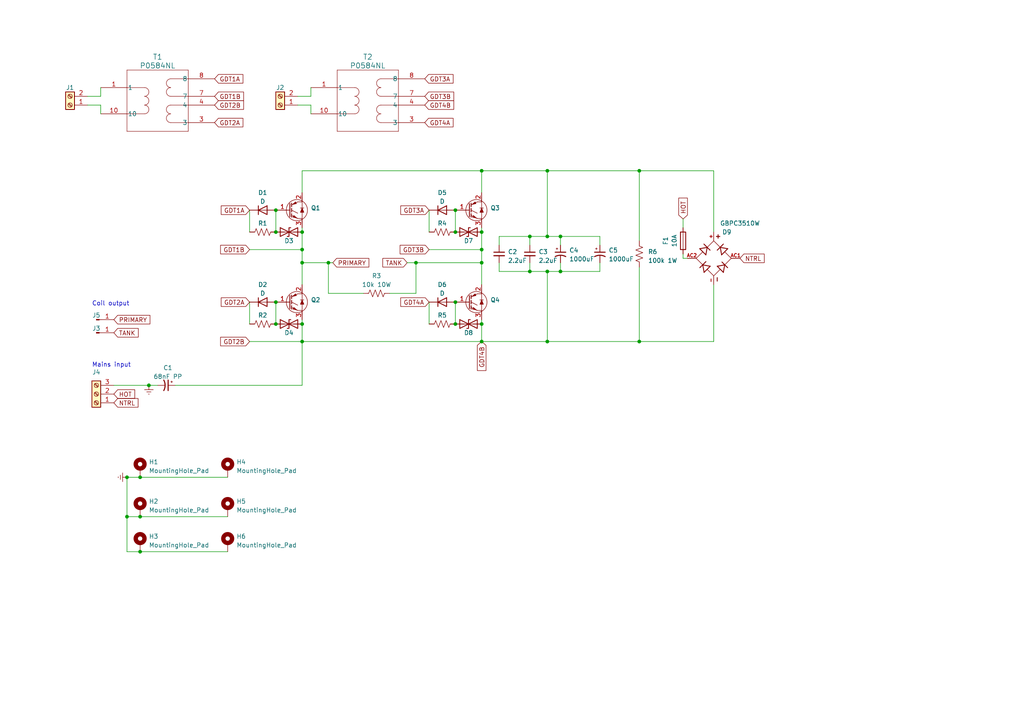
<source format=kicad_sch>
(kicad_sch (version 20230121) (generator eeschema)
  (paper "A4")
  (lib_symbols
    (symbol "2023-05-30_04-28-53:P0584NL" (pin_names (offset 0.254))
      (property "Reference" "T" (at 20.32 10.16 0))
      (property "Value" "P0584NL" (at 20.32 7.62 0))
      (symbol "P0584NL_0_1"
        (polyline (pts (xy 7.62 -12.7) (xy 25.4 -12.7)) (stroke (width 0.127)))
        (polyline (pts (xy 7.62 -7.62) (xy 12.7 -7.62)) (stroke (width 0.127)))
        (polyline (pts (xy 7.62 0) (xy 12.7 0)) (stroke (width 0.127)))
        (polyline (pts (xy 7.62 5.08) (xy 7.62 -12.7)) (stroke (width 0.127)))
        (polyline (pts (xy 25.4 -12.7) (xy 25.4 5.08)) (stroke (width 0.127)))
        (polyline (pts (xy 25.4 -10.16) (xy 20.32 -10.16)) (stroke (width 0.127)))
        (polyline (pts (xy 25.4 -5.08) (xy 20.32 -5.08)) (stroke (width 0.127)))
        (polyline (pts (xy 25.4 -2.54) (xy 20.32 -2.54)) (stroke (width 0.127)))
        (polyline (pts (xy 25.4 2.54) (xy 20.32 2.54)) (stroke (width 0.127)))
        (polyline (pts (xy 25.4 5.08) (xy 7.62 5.08)) (stroke (width 0.127)))
        (arc (start 12.7 -7.62) (mid 13.9645 -6.35) (end 12.7 -5.08) (stroke (width 0.127)))
        (arc (start 12.7 -5.08) (mid 13.9645 -3.81) (end 12.7 -2.54) (stroke (width 0.127)))
        (arc (start 12.7 -2.54) (mid 13.9645 -1.27) (end 12.7 0) (stroke (width 0.127)))
        (arc (start 20.32 -7.62) (mid 19.0555 -8.89) (end 20.32 -10.16) (stroke (width 0.127)))
        (arc (start 20.32 -5.08) (mid 19.0555 -6.35) (end 20.32 -7.62) (stroke (width 0.127)))
        (arc (start 20.32 0) (mid 19.0555 -1.27) (end 20.32 -2.54) (stroke (width 0.127)))
        (arc (start 20.32 2.54) (mid 19.0555 1.27) (end 20.32 0) (stroke (width 0.127)))
        (pin unspecified line (at 0 0 0) (length 7.62) (name "1") (number "1"))
        (pin unspecified line (at 0 -7.62 0) (length 7.62) (name "10") (number "10"))
        (pin unspecified line (at 33.02 -10.16 180) (length 7.62) (name "3") (number "3"))
        (pin unspecified line (at 33.02 -5.08 180) (length 7.62) (name "4") (number "4"))
        (pin unspecified line (at 33.02 -2.54 180) (length 7.62) (name "7") (number "7"))
        (pin unspecified line (at 33.02 2.54 180) (length 7.62) (name "8") (number "8"))
      )
    )
    (symbol "Connector:Conn_01x01_Pin" (pin_names (offset 1.016) hide)
      (property "Reference" "J" (at 0 2.54 0))
      (property "Value" "Conn_01x01_Pin" (at 0 -2.54 0))
      (symbol "Conn_01x01_Pin_1_1"
        (polyline (pts (xy 1.27 0) (xy 0.8636 0)) (stroke (width 0.1524)))
        (rectangle (start 0.8636 0.127) (end 0 -0.127) (stroke (width 0.1524)) (fill (type outline)))
        (pin passive line (at 5.08 0 180) (length 3.81) (name "Pin_1") (number "1"))
      )
    )
    (symbol "Connector:Screw_Terminal_01x02" (pin_names (offset 1.016) hide)
      (property "Reference" "J" (at 0 2.54 0))
      (property "Value" "Screw_Terminal_01x02" (at 0 -5.08 0))
      (symbol "Screw_Terminal_01x02_1_1"
        (rectangle (start -1.27 1.27) (end 1.27 -3.81) (stroke (width 0.254)) (fill (type background)))
        (circle (center 0 -2.54) (radius 0.635) (stroke (width 0.1524)))
        (polyline (pts (xy -0.5334 -2.2098) (xy 0.3302 -3.048)) (stroke (width 0.1524)))
        (polyline (pts (xy -0.5334 0.3302) (xy 0.3302 -0.508)) (stroke (width 0.1524)))
        (polyline (pts (xy -0.3556 -2.032) (xy 0.508 -2.8702)) (stroke (width 0.1524)))
        (polyline (pts (xy -0.3556 0.508) (xy 0.508 -0.3302)) (stroke (width 0.1524)))
        (circle (center 0 0) (radius 0.635) (stroke (width 0.1524)))
        (pin passive line (at -5.08 0 0) (length 3.81) (name "Pin_1") (number "1"))
        (pin passive line (at -5.08 -2.54 0) (length 3.81) (name "Pin_2") (number "2"))
      )
    )
    (symbol "Connector:Screw_Terminal_01x03" (pin_names (offset 1.016) hide)
      (property "Reference" "J" (at 0 5.08 0))
      (property "Value" "Screw_Terminal_01x03" (at 0 -5.08 0))
      (symbol "Screw_Terminal_01x03_1_1"
        (rectangle (start -1.27 3.81) (end 1.27 -3.81) (stroke (width 0.254)) (fill (type background)))
        (circle (center 0 -2.54) (radius 0.635) (stroke (width 0.1524)))
        (polyline (pts (xy -0.5334 -2.2098) (xy 0.3302 -3.048)) (stroke (width 0.1524)))
        (polyline (pts (xy -0.5334 0.3302) (xy 0.3302 -0.508)) (stroke (width 0.1524)))
        (polyline (pts (xy -0.5334 2.8702) (xy 0.3302 2.032)) (stroke (width 0.1524)))
        (polyline (pts (xy -0.3556 -2.032) (xy 0.508 -2.8702)) (stroke (width 0.1524)))
        (polyline (pts (xy -0.3556 0.508) (xy 0.508 -0.3302)) (stroke (width 0.1524)))
        (polyline (pts (xy -0.3556 3.048) (xy 0.508 2.2098)) (stroke (width 0.1524)))
        (circle (center 0 0) (radius 0.635) (stroke (width 0.1524)))
        (circle (center 0 2.54) (radius 0.635) (stroke (width 0.1524)))
        (pin passive line (at -5.08 2.54 0) (length 3.81) (name "Pin_1") (number "1"))
        (pin passive line (at -5.08 0 0) (length 3.81) (name "Pin_2") (number "2"))
        (pin passive line (at -5.08 -2.54 0) (length 3.81) (name "Pin_3") (number "3"))
      )
    )
    (symbol "Device:C_Polarized_Small_US" (pin_numbers hide) (pin_names (offset 0.254) hide)
      (property "Reference" "C" (at 0.254 1.778 0))
      (property "Value" "C_Polarized_Small_US" (at 0.254 -2.032 0))
      (symbol "C_Polarized_Small_US_0_1"
        (polyline (pts (xy -1.524 0.508) (xy 1.524 0.508)) (stroke (width 0.3048)))
        (polyline (pts (xy -1.27 1.524) (xy -0.762 1.524)))
        (polyline (pts (xy -1.016 1.27) (xy -1.016 1.778)))
        (arc (start 1.524 -0.762) (mid 0 -0.3734) (end -1.524 -0.762) (stroke (width 0.3048)))
      )
      (symbol "C_Polarized_Small_US_1_1"
        (pin passive line (at 0 2.54 270) (length 2.032) (name "~") (number "1"))
        (pin passive line (at 0 -2.54 90) (length 2.032) (name "~") (number "2"))
      )
    )
    (symbol "Device:C_Small" (pin_numbers hide) (pin_names (offset 0.254) hide)
      (property "Reference" "C" (at 0.254 1.778 0))
      (property "Value" "C_Small" (at 0.254 -2.032 0))
      (symbol "C_Small_0_1"
        (polyline (pts (xy -1.524 -0.508) (xy 1.524 -0.508)) (stroke (width 0.3302)))
        (polyline (pts (xy -1.524 0.508) (xy 1.524 0.508)) (stroke (width 0.3048)))
      )
      (symbol "C_Small_1_1"
        (pin passive line (at 0 2.54 270) (length 2.032) (name "~") (number "1"))
        (pin passive line (at 0 -2.54 90) (length 2.032) (name "~") (number "2"))
      )
    )
    (symbol "Device:D" (pin_numbers hide) (pin_names (offset 1.016) hide)
      (property "Reference" "D" (at 0 2.54 0))
      (property "Value" "D" (at 0 -2.54 0))
      (symbol "D_0_1"
        (polyline (pts (xy -1.27 1.27) (xy -1.27 -1.27)) (stroke (width 0.254)))
        (polyline (pts (xy 1.27 0) (xy -1.27 0)))
        (polyline (pts (xy 1.27 1.27) (xy 1.27 -1.27) (xy -1.27 0) (xy 1.27 1.27)) (stroke (width 0.254)))
      )
      (symbol "D_1_1"
        (pin passive line (at -3.81 0 0) (length 2.54) (name "K") (number "1"))
        (pin passive line (at 3.81 0 180) (length 2.54) (name "A") (number "2"))
      )
    )
    (symbol "Device:D_TVS" (pin_numbers hide) (pin_names (offset 1.016) hide)
      (property "Reference" "D" (at 0 2.54 0))
      (property "Value" "D_TVS" (at 0 -2.54 0))
      (symbol "D_TVS_0_1"
        (polyline (pts (xy 1.27 0) (xy -1.27 0)))
        (polyline (pts (xy 0.508 1.27) (xy 0 1.27) (xy 0 -1.27) (xy -0.508 -1.27)) (stroke (width 0.254)))
        (polyline (pts (xy -2.54 1.27) (xy -2.54 -1.27) (xy 2.54 1.27) (xy 2.54 -1.27) (xy -2.54 1.27)) (stroke (width 0.254)))
      )
      (symbol "D_TVS_1_1"
        (pin passive line (at -3.81 0 0) (length 2.54) (name "A1") (number "1"))
        (pin passive line (at 3.81 0 180) (length 2.54) (name "A2") (number "2"))
      )
    )
    (symbol "Device:Fuse" (pin_numbers hide) (pin_names (offset 0))
      (property "Reference" "F" (at 2.032 0 90))
      (property "Value" "Fuse" (at -1.905 0 90))
      (symbol "Fuse_0_1"
        (rectangle (start -0.762 -2.54) (end 0.762 2.54) (stroke (width 0.254)))
        (polyline (pts (xy 0 2.54) (xy 0 -2.54)))
      )
      (symbol "Fuse_1_1"
        (pin passive line (at 0 3.81 270) (length 1.27) (name "~") (number "1"))
        (pin passive line (at 0 -3.81 90) (length 1.27) (name "~") (number "2"))
      )
    )
    (symbol "Device:R_US" (pin_numbers hide) (pin_names (offset 0))
      (property "Reference" "R" (at 2.54 0 90))
      (property "Value" "R_US" (at -2.54 0 90))
      (symbol "R_US_0_1"
        (polyline (pts (xy 0 -2.286) (xy 0 -2.54)))
        (polyline (pts (xy 0 2.286) (xy 0 2.54)))
        (polyline (pts (xy 0 -0.762) (xy 1.016 -1.143) (xy 0 -1.524) (xy -1.016 -1.905) (xy 0 -2.286)))
        (polyline (pts (xy 0 0.762) (xy 1.016 0.381) (xy 0 0) (xy -1.016 -0.381) (xy 0 -0.762)))
        (polyline (pts (xy 0 2.286) (xy 1.016 1.905) (xy 0 1.524) (xy -1.016 1.143) (xy 0 0.762)))
      )
      (symbol "R_US_1_1"
        (pin passive line (at 0 3.81 270) (length 1.27) (name "~") (number "1"))
        (pin passive line (at 0 -3.81 90) (length 1.27) (name "~") (number "2"))
      )
    )
    (symbol "GBPC3510W:GBPC3510W" (pin_names (offset 1.016))
      (property "Reference" "D" (at 5.08 5.08 0))
      (property "Value" "GBPC3510W" (at 5.08 -7.62 0))
      (symbol "GBPC3510W_0_0"
        (polyline (pts (xy -6.858 1.27) (xy -5.842 1.27)) (stroke (width 0.254)))
        (polyline (pts (xy -6.35 0.762) (xy -6.35 1.778)) (stroke (width 0.254)))
        (polyline (pts (xy -5.08 0) (xy -3.175 -1.905)) (stroke (width 0.1524)))
        (polyline (pts (xy -3.175 -1.905) (xy -2.794 -4.064)) (stroke (width 0.254)))
        (polyline (pts (xy -3.175 -1.905) (xy -1.016 -2.286)) (stroke (width 0.254)))
        (polyline (pts (xy -3.175 1.905) (xy -5.08 0)) (stroke (width 0.1524)))
        (polyline (pts (xy -3.175 1.905) (xy -2.794 4.064)) (stroke (width 0.254)))
        (polyline (pts (xy -3.175 1.905) (xy -1.016 2.286)) (stroke (width 0.254)))
        (polyline (pts (xy -2.3622 -1.0668) (xy -4.1402 -2.8448)) (stroke (width 0.254)))
        (polyline (pts (xy -2.3622 1.016) (xy -4.1402 2.794)) (stroke (width 0.254)))
        (polyline (pts (xy -1.016 -2.286) (xy -2.794 -4.064)) (stroke (width 0.254)))
        (polyline (pts (xy -1.016 2.286) (xy -2.794 4.064)) (stroke (width 0.254)))
        (polyline (pts (xy 0 -5.08) (xy -1.8034 -3.2766)) (stroke (width 0.1524)))
        (polyline (pts (xy 0 -5.08) (xy 1.905 -3.175)) (stroke (width 0.1524)))
        (polyline (pts (xy 0 5.08) (xy -1.8034 3.2766)) (stroke (width 0.1524)))
        (polyline (pts (xy 1.905 -3.175) (xy 2.286 -1.016)) (stroke (width 0.254)))
        (polyline (pts (xy 1.905 -3.175) (xy 4.064 -2.794)) (stroke (width 0.254)))
        (polyline (pts (xy 1.905 3.175) (xy 0 5.08)) (stroke (width 0.1524)))
        (polyline (pts (xy 1.905 3.175) (xy 2.286 1.016)) (stroke (width 0.254)))
        (polyline (pts (xy 1.905 3.175) (xy 4.064 2.794)) (stroke (width 0.254)))
        (polyline (pts (xy 2.7178 -4.0386) (xy 0.9398 -2.2606)) (stroke (width 0.254)))
        (polyline (pts (xy 2.7178 4.0386) (xy 1.0668 2.3876)) (stroke (width 0.254)))
        (polyline (pts (xy 3.2766 -1.8034) (xy 5.08 0)) (stroke (width 0.1524)))
        (polyline (pts (xy 4.064 -2.794) (xy 2.286 -1.016)) (stroke (width 0.254)))
        (polyline (pts (xy 4.064 2.794) (xy 2.286 1.016)) (stroke (width 0.254)))
        (polyline (pts (xy 5.08 0) (xy 3.2766 1.8034)) (stroke (width 0.1524)))
        (polyline (pts (xy 5.588 1.016) (xy 6.604 1.016)) (stroke (width 0.254)))
        (pin passive line (at -7.62 0 0) (length 2.54) (name "~") (number "+"))
        (pin passive line (at 7.62 0 180) (length 2.54) (name "~") (number "-"))
        (pin passive line (at 0 7.62 270) (length 2.54) (name "~") (number "AC1"))
        (pin passive line (at 0 -7.62 90) (length 2.54) (name "~") (number "AC2"))
      )
    )
    (symbol "Mechanical:MountingHole_Pad" (pin_numbers hide) (pin_names (offset 1.016) hide)
      (property "Reference" "H" (at 0 6.35 0))
      (property "Value" "MountingHole_Pad" (at 0 4.445 0))
      (symbol "MountingHole_Pad_0_1"
        (circle (center 0 1.27) (radius 1.27) (stroke (width 1.27)))
      )
      (symbol "MountingHole_Pad_1_1"
        (pin input line (at 0 -2.54 90) (length 2.54) (name "1") (number "1"))
      )
    )
    (symbol "Transistor_IGBT:STGP7NC60HD" (pin_names (offset 0) hide)
      (property "Reference" "Q" (at 6.35 1.905 0))
      (property "Value" "STGP7NC60HD" (at 6.35 0 0))
      (symbol "STGP7NC60HD_0_1"
        (polyline (pts (xy -1.27 0) (xy -1.016 0)))
        (polyline (pts (xy 1.27 -2.413) (xy 2.54 -2.413)))
        (polyline (pts (xy 1.27 2.413) (xy 2.54 2.413)))
        (polyline (pts (xy 2.032 0.635) (xy 3.048 0.635)))
        (polyline (pts (xy 2.54 3.81) (xy 2.54 -3.81)))
        (polyline (pts (xy 2.54 0.635) (xy 2.032 -0.635) (xy 3.048 -0.635) (xy 2.54 0.635)) (fill (type outline)))
        (circle (center 1.016 0) (radius 3.0734))
      )
      (symbol "STGP7NC60HD_1_1"
        (polyline (pts (xy -0.508 -1.016) (xy -0.508 -2.032)) (stroke (width 0.254)))
        (polyline (pts (xy -0.508 0.508) (xy -0.508 -0.508)) (stroke (width 0.254)))
        (polyline (pts (xy -0.508 2.032) (xy -0.508 1.016)) (stroke (width 0.254)))
        (polyline (pts (xy 1.27 -2.413) (xy -0.508 -1.524)))
        (polyline (pts (xy 1.27 -0.889) (xy -0.508 0)))
        (polyline (pts (xy 1.27 2.413) (xy -0.508 1.524)))
        (polyline (pts (xy -1.016 1.905) (xy -1.016 -1.905) (xy -1.016 -1.905)) (stroke (width 0.254)))
        (polyline (pts (xy -0.127 -2.032) (xy 0.127 -1.524) (xy 1.016 -2.286) (xy -0.127 -2.032)) (fill (type outline)))
        (polyline (pts (xy 0.889 1.905) (xy 0.635 2.413) (xy -0.254 1.651) (xy 0.889 1.905)) (fill (type outline)))
        (pin input line (at -5.08 0 0) (length 3.81) (name "G") (number "1"))
        (pin passive line (at 2.54 5.08 270) (length 2.54) (name "C") (number "2"))
        (pin passive line (at 2.54 -5.08 90) (length 2.54) (name "E") (number "3"))
      )
    )
    (symbol "power:Earth" (power) (pin_names (offset 0))
      (symbol "Earth_0_1"
        (polyline (pts (xy -0.635 -1.905) (xy 0.635 -1.905)))
        (polyline (pts (xy -0.127 -2.54) (xy 0.127 -2.54)))
        (polyline (pts (xy 0 -1.27) (xy 0 0)))
        (polyline (pts (xy 1.27 -1.27) (xy -1.27 -1.27)))
      )
      (symbol "Earth_1_1"
        (pin power_in line (at 0 0 270) (length 0) hide (name "Earth") (number "1"))
      )
    )
  )
  (junction (at 132.08 60.96))
  (junction (at 158.75 99.06))
  (junction (at 162.56 78.74))
  (junction (at 80.01 67.31))
  (junction (at 40.64 149.86))
  (junction (at 139.7 49.53))
  (junction (at 80.01 87.63))
  (junction (at 132.08 93.98))
  (junction (at 36.83 149.86))
  (junction (at 185.42 49.53))
  (junction (at 139.7 76.2))
  (junction (at 87.63 99.06))
  (junction (at 139.7 72.39))
  (junction (at 162.56 68.58))
  (junction (at 139.7 93.98))
  (junction (at 120.65 76.2))
  (junction (at 95.25 76.2))
  (junction (at 153.67 68.58))
  (junction (at 87.63 93.98))
  (junction (at 87.63 76.2))
  (junction (at 80.01 60.96))
  (junction (at 139.7 99.06))
  (junction (at 132.08 67.31))
  (junction (at 158.75 49.53))
  (junction (at 87.63 67.31))
  (junction (at 40.64 160.02))
  (junction (at 80.01 93.98))
  (junction (at 40.64 138.43))
  (junction (at 87.63 72.39))
  (junction (at 36.83 138.43))
  (junction (at 43.18 111.76))
  (junction (at 153.67 78.74))
  (junction (at 158.75 68.58))
  (junction (at 185.42 99.06))
  (junction (at 158.75 78.74))
  (junction (at 132.08 87.63))
  (junction (at 139.7 67.31))
  (wire (pts (xy 80.01 60.96) (xy 80.01 67.31)))
  (wire (pts (xy 162.56 78.74) (xy 158.75 78.74)))
  (wire (pts (xy 87.63 111.76) (xy 87.63 99.06)))
  (wire (pts (xy 29.21 27.94) (xy 29.21 25.4)))
  (wire (pts (xy 36.83 149.86) (xy 40.64 149.86)))
  (wire (pts (xy 158.75 99.06) (xy 185.42 99.06)))
  (wire (pts (xy 158.75 49.53) (xy 185.42 49.53)))
  (wire (pts (xy 162.56 78.74) (xy 162.56 76.2)))
  (wire (pts (xy 40.64 138.43) (xy 66.04 138.43)))
  (wire (pts (xy 139.7 76.2) (xy 139.7 82.55)))
  (wire (pts (xy 139.7 93.98) (xy 139.7 99.06)))
  (wire (pts (xy 87.63 66.04) (xy 87.63 67.31)))
  (wire (pts (xy 198.12 73.66) (xy 198.12 74.93)))
  (wire (pts (xy 50.8 111.76) (xy 87.63 111.76)))
  (wire (pts (xy 25.4 27.94) (xy 29.21 27.94)))
  (wire (pts (xy 95.25 85.09) (xy 95.25 76.2)))
  (wire (pts (xy 173.99 78.74) (xy 162.56 78.74)))
  (wire (pts (xy 198.12 63.5) (xy 198.12 66.04)))
  (wire (pts (xy 153.67 78.74) (xy 153.67 76.2)))
  (wire (pts (xy 90.17 27.94) (xy 90.17 25.4)))
  (wire (pts (xy 96.52 76.2) (xy 95.25 76.2)))
  (wire (pts (xy 87.63 67.31) (xy 87.63 72.39)))
  (wire (pts (xy 87.63 49.53) (xy 139.7 49.53)))
  (wire (pts (xy 173.99 68.58) (xy 173.99 71.12)))
  (wire (pts (xy 207.01 99.06) (xy 207.01 82.55)))
  (wire (pts (xy 158.75 49.53) (xy 158.75 68.58)))
  (wire (pts (xy 185.42 49.53) (xy 207.01 49.53)))
  (wire (pts (xy 87.63 99.06) (xy 139.7 99.06)))
  (wire (pts (xy 198.12 74.93) (xy 199.39 74.93)))
  (wire (pts (xy 139.7 66.04) (xy 139.7 67.31)))
  (wire (pts (xy 139.7 49.53) (xy 158.75 49.53)))
  (wire (pts (xy 87.63 92.71) (xy 87.63 93.98)))
  (wire (pts (xy 124.46 87.63) (xy 124.46 93.98)))
  (wire (pts (xy 118.11 76.2) (xy 120.65 76.2)))
  (wire (pts (xy 139.7 67.31) (xy 139.7 72.39)))
  (wire (pts (xy 124.46 72.39) (xy 139.7 72.39)))
  (wire (pts (xy 139.7 92.71) (xy 139.7 93.98)))
  (wire (pts (xy 72.39 87.63) (xy 72.39 93.98)))
  (wire (pts (xy 139.7 49.53) (xy 139.7 55.88)))
  (wire (pts (xy 87.63 93.98) (xy 87.63 99.06)))
  (wire (pts (xy 86.36 30.48) (xy 90.17 30.48)))
  (wire (pts (xy 139.7 72.39) (xy 139.7 76.2)))
  (wire (pts (xy 72.39 72.39) (xy 87.63 72.39)))
  (wire (pts (xy 72.39 99.06) (xy 87.63 99.06)))
  (wire (pts (xy 87.63 72.39) (xy 87.63 76.2)))
  (wire (pts (xy 33.02 111.76) (xy 43.18 111.76)))
  (wire (pts (xy 40.64 149.86) (xy 66.04 149.86)))
  (wire (pts (xy 132.08 60.96) (xy 132.08 67.31)))
  (wire (pts (xy 158.75 78.74) (xy 158.75 99.06)))
  (wire (pts (xy 43.18 111.76) (xy 45.72 111.76)))
  (wire (pts (xy 158.75 68.58) (xy 162.56 68.58)))
  (wire (pts (xy 153.67 78.74) (xy 144.78 78.74)))
  (wire (pts (xy 162.56 68.58) (xy 173.99 68.58)))
  (wire (pts (xy 40.64 160.02) (xy 36.83 160.02)))
  (wire (pts (xy 36.83 149.86) (xy 36.83 138.43)))
  (wire (pts (xy 36.83 160.02) (xy 36.83 149.86)))
  (wire (pts (xy 132.08 87.63) (xy 132.08 93.98)))
  (wire (pts (xy 120.65 76.2) (xy 139.7 76.2)))
  (wire (pts (xy 173.99 76.2) (xy 173.99 78.74)))
  (wire (pts (xy 153.67 68.58) (xy 153.67 71.12)))
  (wire (pts (xy 113.03 85.09) (xy 120.65 85.09)))
  (wire (pts (xy 185.42 99.06) (xy 207.01 99.06)))
  (wire (pts (xy 144.78 71.12) (xy 144.78 68.58)))
  (wire (pts (xy 95.25 76.2) (xy 87.63 76.2)))
  (wire (pts (xy 25.4 30.48) (xy 29.21 30.48)))
  (wire (pts (xy 185.42 77.47) (xy 185.42 99.06)))
  (wire (pts (xy 162.56 68.58) (xy 162.56 71.12)))
  (wire (pts (xy 153.67 68.58) (xy 158.75 68.58)))
  (wire (pts (xy 105.41 85.09) (xy 95.25 85.09)))
  (wire (pts (xy 87.63 49.53) (xy 87.63 55.88)))
  (wire (pts (xy 144.78 68.58) (xy 153.67 68.58)))
  (wire (pts (xy 144.78 78.74) (xy 144.78 76.2)))
  (wire (pts (xy 87.63 76.2) (xy 87.63 82.55)))
  (wire (pts (xy 158.75 78.74) (xy 153.67 78.74)))
  (wire (pts (xy 124.46 60.96) (xy 124.46 67.31)))
  (wire (pts (xy 120.65 85.09) (xy 120.65 76.2)))
  (wire (pts (xy 80.01 87.63) (xy 80.01 93.98)))
  (wire (pts (xy 185.42 49.53) (xy 185.42 69.85)))
  (wire (pts (xy 29.21 30.48) (xy 29.21 33.02)))
  (wire (pts (xy 90.17 30.48) (xy 90.17 33.02)))
  (wire (pts (xy 207.01 49.53) (xy 207.01 67.31)))
  (wire (pts (xy 86.36 27.94) (xy 90.17 27.94)))
  (wire (pts (xy 36.83 138.43) (xy 40.64 138.43)))
  (wire (pts (xy 40.64 160.02) (xy 66.04 160.02)))
  (wire (pts (xy 72.39 60.96) (xy 72.39 67.31)))
  (wire (pts (xy 139.7 99.06) (xy 158.75 99.06)))
  (text "Mains input" (at 26.67 106.68 0) (effects (font (size 1.27 1.27)) (justify left bottom)))
  (text "Coil output" (at 26.67 88.9 0) (effects (font (size 1.27 1.27)) (justify left bottom)))
  (global_label "GDT2B" (shape input) (at 62.23 30.48 0) (property "Intersheetrefs" "${INTERSHEET_REFS}" (effects hide)))
  (global_label "GDT1A" (shape input) (at 62.23 22.86 0) (property "Intersheetrefs" "${INTERSHEET_REFS}" (effects hide)))
  (global_label "GDT1B" (shape input) (at 72.39 72.39 180) (property "Intersheetrefs" "${INTERSHEET_REFS}" (effects hide)))
  (global_label "PRIMARY" (shape input) (at 96.52 76.2 0) (property "Intersheetrefs" "${INTERSHEET_REFS}" (effects hide)))
  (global_label "GDT2A" (shape input) (at 62.23 35.56 0) (property "Intersheetrefs" "${INTERSHEET_REFS}" (effects hide)))
  (global_label "GDT3B" (shape input) (at 123.19 27.94 0) (property "Intersheetrefs" "${INTERSHEET_REFS}" (effects hide)))
  (global_label "GDT3B" (shape input) (at 124.46 72.39 180) (property "Intersheetrefs" "${INTERSHEET_REFS}" (effects hide)))
  (global_label "GDT3A" (shape input) (at 124.46 60.96 180) (property "Intersheetrefs" "${INTERSHEET_REFS}" (effects hide)))
  (global_label "GDT1B" (shape input) (at 62.23 27.94 0) (property "Intersheetrefs" "${INTERSHEET_REFS}" (effects hide)))
  (global_label "TANK" (shape input) (at 33.02 96.52 0) (property "Intersheetrefs" "${INTERSHEET_REFS}" (effects hide)))
  (global_label "GDT1A" (shape input) (at 72.39 60.96 180) (property "Intersheetrefs" "${INTERSHEET_REFS}" (effects hide)))
  (global_label "TANK" (shape input) (at 118.11 76.2 180) (property "Intersheetrefs" "${INTERSHEET_REFS}" (effects hide)))
  (global_label "NTRL" (shape input) (at 214.63 74.93 0) (property "Intersheetrefs" "${INTERSHEET_REFS}" (effects hide)))
  (global_label "HOT" (shape input) (at 198.12 63.5 90) (property "Intersheetrefs" "${INTERSHEET_REFS}" (effects hide)))
  (global_label "NTRL" (shape input) (at 33.02 116.84 0) (property "Intersheetrefs" "${INTERSHEET_REFS}" (effects hide)))
  (global_label "GDT4B" (shape input) (at 123.19 30.48 0) (property "Intersheetrefs" "${INTERSHEET_REFS}" (effects hide)))
  (global_label "GDT4A" (shape input) (at 124.46 87.63 180) (property "Intersheetrefs" "${INTERSHEET_REFS}" (effects hide)))
  (global_label "GDT4A" (shape input) (at 123.19 35.56 0) (property "Intersheetrefs" "${INTERSHEET_REFS}" (effects hide)))
  (global_label "GDT2A" (shape input) (at 72.39 87.63 180) (property "Intersheetrefs" "${INTERSHEET_REFS}" (effects hide)))
  (global_label "GDT2B" (shape input) (at 72.39 99.06 180) (property "Intersheetrefs" "${INTERSHEET_REFS}" (effects hide)))
  (global_label "GDT3A" (shape input) (at 123.19 22.86 0) (property "Intersheetrefs" "${INTERSHEET_REFS}" (effects hide)))
  (global_label "HOT" (shape input) (at 33.02 114.3 0) (property "Intersheetrefs" "${INTERSHEET_REFS}" (effects hide)))
  (global_label "GDT4B" (shape input) (at 139.7 99.06 270) (property "Intersheetrefs" "${INTERSHEET_REFS}" (effects hide)))
  (global_label "PRIMARY" (shape input) (at 33.02 92.71 0) (property "Intersheetrefs" "${INTERSHEET_REFS}" (effects hide)))
  (symbol (lib_id "Connector:Conn_01x01_Pin") (at 27.94 96.52 0) (unit 1)
    (property "Reference" "J3" (at 27.94 95.25 0))
    (property "Value" "Conn_01x01_Pin" (effects hide))
    (property "Footprint" "conn:TE_1217861-1" (effects hide))
  )
  (symbol (lib_id "Connector:Conn_01x01_Pin") (at 27.94 92.71 0) (unit 1)
    (property "Reference" "J5" (at 27.94 91.44 0))
    (property "Value" "Conn_01x01_Pin" (effects hide))
    (property "Footprint" "conn:TE_1217861-1" (effects hide))
  )
  (symbol (lib_id "Transistor_IGBT:STGP7NC60HD") (at 85.09 60.96 0) (unit 1)
    (property "Reference" "Q1" (at 90.17 60.325 0) (effects (justify left)))
    (property "Value" "STGP7NC60HD" (effects hide))
    (property "Footprint" "Package_TO_SOT_THT:TO-3P-3_Horizontal_TabDown" (effects hide))
    (property "Datasheet" "http://www.farnell.com/datasheets/2309889.pdf" (effects hide))
  )
  (symbol (lib_id "GBPC3510W:GBPC3510W") (at 207.01 74.93 270) (unit 1)
    (property "Reference" "D9" (at 210.82 67.31 90))
    (property "Value" "GBPC3510W" (at 214.63 64.77 90))
    (property "Footprint" "conn:DIOB_GBPC3510W" (effects hide))
    (property "PARTREV" "L2103" (effects hide))
    (property "STANDARD" "IPC 2221B" (effects hide))
    (property "MAXIMUM_PACKAGE_HEIGHT" "11.23mm" (effects hide))
    (property "MANUFACTURER" "Taiwan Semiconductor" (effects hide))
  )
  (symbol (lib_id "power:Earth") (at 36.83 138.43 270) (unit 1)
    (property "Reference" "#PWR01" (effects hide))
    (property "Value" "Earth" (effects hide))
  )
  (symbol (lib_id "Transistor_IGBT:STGP7NC60HD") (at 85.09 87.63 0) (unit 1)
    (property "Reference" "Q2" (at 90.17 86.995 0) (effects (justify left)))
    (property "Value" "STGP7NC60HD" (effects hide))
    (property "Footprint" "Package_TO_SOT_THT:TO-3P-3_Horizontal_TabDown" (effects hide))
    (property "Datasheet" "http://www.farnell.com/datasheets/2309889.pdf" (effects hide))
  )
  (symbol (lib_id "Transistor_IGBT:STGP7NC60HD") (at 137.16 87.63 0) (unit 1)
    (property "Reference" "Q4" (at 142.24 86.995 0) (effects (justify left)))
    (property "Value" "STGP7NC60HD" (effects hide))
    (property "Footprint" "Package_TO_SOT_THT:TO-3P-3_Horizontal_TabDown" (effects hide))
    (property "Datasheet" "http://www.farnell.com/datasheets/2309889.pdf" (effects hide))
  )
  (symbol (lib_id "Device:Fuse") (at 198.12 69.85 180) (unit 1)
    (property "Reference" "F1" (at 193.04 69.85 90))
    (property "Value" "10A" (at 195.58 69.85 90))
    (property "Footprint" "conn:696108003002" (effects hide))
  )
  (symbol (lib_id "Device:R_US") (at 185.42 73.66 0) (unit 1)
    (property "Reference" "R6" (at 187.96 73.025 0) (effects (justify left)))
    (property "Value" "100k 1W" (at 187.96 75.565 0) (effects (justify left)))
    (property "Footprint" "Resistor_THT:R_Axial_DIN0207_L6.3mm_D2.5mm_P7.62mm_Horizontal" (effects hide))
  )
  (symbol (lib_id "Device:D") (at 128.27 60.96 0) (unit 1)
    (property "Reference" "D5" (at 128.27 55.88 0))
    (property "Value" "D" (at 128.27 58.42 0))
    (property "Footprint" "Diode_SMD:D_SOD-123F" (effects hide))
    (property "Sim.Device" "D" (effects hide))
    (property "Sim.Pins" "1=K 2=A" (effects hide))
  )
  (symbol (lib_id "Device:D_TVS") (at 83.82 67.31 0) (unit 1)
    (property "Reference" "D3" (at 83.82 69.85 0))
    (property "Value" "D_TVS" (effects hide))
    (property "Footprint" "Diode_SMD:D_SMA" (effects hide))
  )
  (symbol (lib_id "Device:C_Polarized_Small_US") (at 162.56 73.66 0) (unit 1)
    (property "Reference" "C4" (at 165.1 72.5932 0) (effects (justify left)))
    (property "Value" "1000uF" (at 165.1 75.1332 0) (effects (justify left)))
    (property "Footprint" "Capacitor_THT:CP_Radial_D35.0mm_P10.00mm_SnapIn" (effects hide))
  )
  (symbol (lib_id "Mechanical:MountingHole_Pad") (at 66.04 135.89 0) (unit 1)
    (property "Reference" "H4" (at 68.58 133.985 0) (effects (justify left)))
    (property "Value" "MountingHole_Pad" (at 68.58 136.525 0) (effects (justify left)))
    (property "Footprint" "MountingHole:MountingHole_3.2mm_M3_Pad_Via" (effects hide))
  )
  (symbol (lib_id "Device:C_Small") (at 144.78 73.66 0) (unit 1)
    (property "Reference" "C2" (at 147.32 73.0313 0) (effects (justify left)))
    (property "Value" "2.2uF" (at 147.32 75.5713 0) (effects (justify left)))
    (property "Footprint" "Capacitor_THT:C_Rect_L26.5mm_W11.5mm_P22.50mm_MKS4" (effects hide))
  )
  (symbol (lib_id "2023-05-30_04-28-53:P0584NL") (at 29.21 25.4 0) (unit 1)
    (property "Reference" "T1" (at 45.72 16.51 0) (effects (font (size 1.524 1.524))))
    (property "Value" "P0584NL" (at 45.72 19.05 0) (effects (font (size 1.524 1.524))))
    (property "Footprint" "footprints:P0584NL_PUL" (effects hide))
    (property "Datasheet" "P0584NL" (effects hide))
  )
  (symbol (lib_id "Mechanical:MountingHole_Pad") (at 66.04 157.48 0) (unit 1)
    (property "Reference" "H6" (at 68.58 155.575 0) (effects (justify left)))
    (property "Value" "MountingHole_Pad" (at 68.58 158.115 0) (effects (justify left)))
    (property "Footprint" "MountingHole:MountingHole_3.2mm_M3_Pad_Via" (effects hide))
  )
  (symbol (lib_id "Device:R_US") (at 76.2 67.31 270) (unit 1)
    (property "Reference" "R1" (at 76.2 64.77 90))
    (property "Value" "R_US" (effects hide))
    (property "Footprint" "Resistor_SMD:R_1206_3216Metric_Pad1.30x1.75mm_HandSolder" (effects hide))
  )
  (symbol (lib_id "Device:R_US") (at 128.27 67.31 270) (unit 1)
    (property "Reference" "R4" (at 128.27 64.77 90))
    (property "Value" "R_US" (effects hide))
    (property "Footprint" "Resistor_SMD:R_1206_3216Metric_Pad1.30x1.75mm_HandSolder" (effects hide))
  )
  (symbol (lib_id "Device:C_Polarized_Small_US") (at 48.26 111.76 270) (unit 1)
    (property "Reference" "C1" (at 48.6918 106.68 90))
    (property "Value" "68nF PP" (at 48.6918 109.22 90))
    (property "Footprint" "Capacitor_THT:C_Rect_L18.0mm_W9.0mm_P15.00mm_FKS3_FKP3" (effects hide))
  )
  (symbol (lib_id "Device:C_Small") (at 153.67 73.66 0) (unit 1)
    (property "Reference" "C3" (at 156.21 73.0313 0) (effects (justify left)))
    (property "Value" "2.2uF" (at 156.21 75.5713 0) (effects (justify left)))
    (property "Footprint" "Capacitor_THT:C_Rect_L26.5mm_W11.5mm_P22.50mm_MKS4" (effects hide))
  )
  (symbol (lib_id "Device:D") (at 128.27 87.63 0) (unit 1)
    (property "Reference" "D6" (at 128.27 82.55 0))
    (property "Value" "D" (at 128.27 85.09 0))
    (property "Footprint" "Diode_SMD:D_SOD-123F" (effects hide))
    (property "Sim.Device" "D" (effects hide))
    (property "Sim.Pins" "1=K 2=A" (effects hide))
  )
  (symbol (lib_id "Mechanical:MountingHole_Pad") (at 40.64 157.48 0) (unit 1)
    (property "Reference" "H3" (at 43.18 155.575 0) (effects (justify left)))
    (property "Value" "MountingHole_Pad" (at 43.18 158.115 0) (effects (justify left)))
    (property "Footprint" "MountingHole:MountingHole_3.2mm_M3_Pad_Via" (effects hide))
  )
  (symbol (lib_id "Device:D") (at 76.2 87.63 0) (unit 1)
    (property "Reference" "D2" (at 76.2 82.55 0))
    (property "Value" "D" (at 76.2 85.09 0))
    (property "Footprint" "Diode_SMD:D_SOD-123F" (effects hide))
    (property "Sim.Device" "D" (effects hide))
    (property "Sim.Pins" "1=K 2=A" (effects hide))
  )
  (symbol (lib_id "Transistor_IGBT:STGP7NC60HD") (at 137.16 60.96 0) (unit 1)
    (property "Reference" "Q3" (at 142.24 60.325 0) (effects (justify left)))
    (property "Value" "STGP7NC60HD" (effects hide))
    (property "Footprint" "Package_TO_SOT_THT:TO-3P-3_Horizontal_TabDown" (effects hide))
    (property "Datasheet" "http://www.farnell.com/datasheets/2309889.pdf" (effects hide))
  )
  (symbol (lib_id "Connector:Screw_Terminal_01x02") (at 81.28 30.48 180) (unit 1)
    (property "Reference" "J2" (at 81.28 25.4 0))
    (property "Value" "Screw_Terminal_01x02" (effects hide))
    (property "Footprint" "conn:PHOENIX_1935161" (effects hide))
  )
  (symbol (lib_id "Device:D") (at 76.2 60.96 0) (unit 1)
    (property "Reference" "D1" (at 76.2 55.88 0))
    (property "Value" "D" (at 76.2 58.42 0))
    (property "Footprint" "Diode_SMD:D_SOD-123F" (effects hide))
    (property "Sim.Device" "D" (effects hide))
    (property "Sim.Pins" "1=K 2=A" (effects hide))
  )
  (symbol (lib_id "Device:C_Polarized_Small_US") (at 173.99 73.66 0) (unit 1)
    (property "Reference" "C5" (at 176.53 72.5932 0) (effects (justify left)))
    (property "Value" "1000uF" (at 176.53 75.1332 0) (effects (justify left)))
    (property "Footprint" "Capacitor_THT:CP_Radial_D35.0mm_P10.00mm_SnapIn" (effects hide))
  )
  (symbol (lib_id "Connector:Screw_Terminal_01x02") (at 20.32 30.48 180) (unit 1)
    (property "Reference" "J1" (at 20.32 25.4 0))
    (property "Value" "Screw_Terminal_01x02" (effects hide))
    (property "Footprint" "conn:PHOENIX_1935161" (effects hide))
  )
  (symbol (lib_id "Mechanical:MountingHole_Pad") (at 40.64 147.32 0) (unit 1)
    (property "Reference" "H2" (at 43.18 145.415 0) (effects (justify left)))
    (property "Value" "MountingHole_Pad" (at 43.18 147.955 0) (effects (justify left)))
    (property "Footprint" "MountingHole:MountingHole_3.2mm_M3_Pad_Via" (effects hide))
  )
  (symbol (lib_id "Device:R_US") (at 128.27 93.98 270) (unit 1)
    (property "Reference" "R5" (at 128.27 91.44 90))
    (property "Value" "R_US" (effects hide))
    (property "Footprint" "Resistor_SMD:R_1206_3216Metric_Pad1.30x1.75mm_HandSolder" (effects hide))
  )
  (symbol (lib_id "2023-05-30_04-28-53:P0584NL") (at 90.17 25.4 0) (unit 1)
    (property "Reference" "T2" (at 106.68 16.51 0) (effects (font (size 1.524 1.524))))
    (property "Value" "P0584NL" (at 106.68 19.05 0) (effects (font (size 1.524 1.524))))
    (property "Footprint" "footprints:P0584NL_PUL" (effects hide))
    (property "Datasheet" "P0584NL" (effects hide))
  )
  (symbol (lib_id "Device:D_TVS") (at 135.89 67.31 0) (unit 1)
    (property "Reference" "D7" (at 135.89 69.85 0))
    (property "Value" "D_TVS" (effects hide))
    (property "Footprint" "Diode_SMD:D_SMA" (effects hide))
  )
  (symbol (lib_id "Connector:Screw_Terminal_01x03") (at 27.94 114.3 180) (unit 1)
    (property "Reference" "J4" (at 27.94 107.95 0))
    (property "Value" "Screw_Terminal_01x03" (effects hide))
    (property "Footprint" "conn:PHOENIX_1935174" (effects hide))
  )
  (symbol (lib_id "Device:D_TVS") (at 135.89 93.98 0) (unit 1)
    (property "Reference" "D8" (at 135.89 96.52 0))
    (property "Value" "D_TVS" (effects hide))
    (property "Footprint" "Diode_SMD:D_SMA" (effects hide))
  )
  (symbol (lib_id "Mechanical:MountingHole_Pad") (at 40.64 135.89 0) (unit 1)
    (property "Reference" "H1" (at 43.18 133.985 0) (effects (justify left)))
    (property "Value" "MountingHole_Pad" (at 43.18 136.525 0) (effects (justify left)))
    (property "Footprint" "MountingHole:MountingHole_3.2mm_M3_Pad_Via" (effects hide))
  )
  (symbol (lib_id "Device:R_US") (at 76.2 93.98 270) (unit 1)
    (property "Reference" "R2" (at 76.2 91.44 90))
    (property "Value" "R_US" (effects hide))
    (property "Footprint" "Resistor_SMD:R_1206_3216Metric_Pad1.30x1.75mm_HandSolder" (effects hide))
  )
  (symbol (lib_id "power:Earth") (at 43.18 111.76 0) (unit 1)
    (property "Reference" "#PWR0101" (effects hide))
    (property "Value" "Earth" (effects hide))
  )
  (symbol (lib_id "Device:R_US") (at 109.22 85.09 270) (unit 1)
    (property "Reference" "R3" (at 109.22 80.01 90))
    (property "Value" "10k 10W" (at 109.22 82.55 90))
    (property "Footprint" "Resistor_THT:R_Axial_Shunt_L22.2mm_W8.0mm_PS14.30mm_P25.40mm" (effects hide))
  )
  (symbol (lib_id "Mechanical:MountingHole_Pad") (at 66.04 147.32 0) (unit 1)
    (property "Reference" "H5" (at 68.58 145.415 0) (effects (justify left)))
    (property "Value" "MountingHole_Pad" (at 68.58 147.955 0) (effects (justify left)))
    (property "Footprint" "MountingHole:MountingHole_3.2mm_M3_Pad_Via" (effects hide))
  )
  (symbol (lib_id "Device:D_TVS") (at 83.82 93.98 0) (unit 1)
    (property "Reference" "D4" (at 83.82 96.52 0))
    (property "Value" "D_TVS" (effects hide))
    (property "Footprint" "Diode_SMD:D_SMA" (effects hide))
  )
)
</source>
